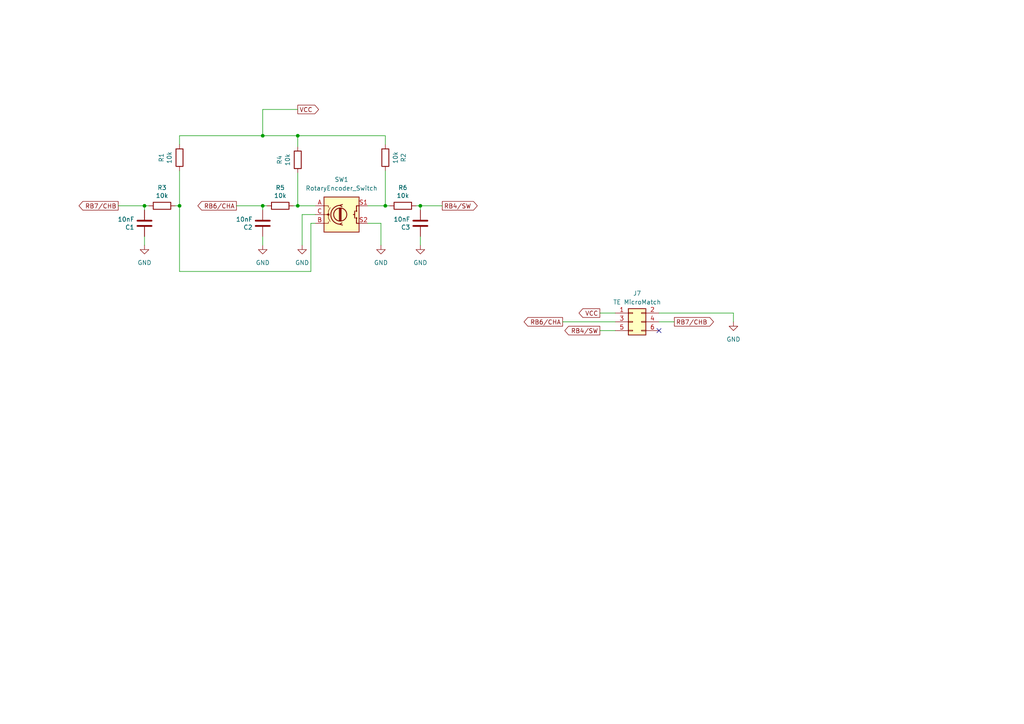
<source format=kicad_sch>
(kicad_sch (version 20230121) (generator eeschema)
  (paper "A4")
  (title_block (title "Rotary encoder for Input Sel V2b 6pin") (date "2023-03-12") (rev "V1"))
  (lib_symbols
    (symbol "Connector_Generic:Conn_02x03_Odd_Even" (pin_names (offset 1.016) hide)
      (property "Reference" "J" (at 1.27 5.08 0))
      (property "Value" "Conn_02x03_Odd_Even" (at 1.27 -5.08 0))
      (symbol "Conn_02x03_Odd_Even_1_1"
        (rectangle (start -1.27 -2.413) (end 0 -2.667) (stroke (width 0.1524)))
        (rectangle (start -1.27 0.127) (end 0 -0.127) (stroke (width 0.1524)))
        (rectangle (start -1.27 2.667) (end 0 2.413) (stroke (width 0.1524)))
        (rectangle (start -1.27 3.81) (end 3.81 -3.81) (stroke (width 0.254)) (fill (type background)))
        (rectangle (start 3.81 -2.413) (end 2.54 -2.667) (stroke (width 0.1524)))
        (rectangle (start 3.81 0.127) (end 2.54 -0.127) (stroke (width 0.1524)))
        (rectangle (start 3.81 2.667) (end 2.54 2.413) (stroke (width 0.1524)))
        (pin passive line (at -5.08 2.54 0) (length 3.81) (name "Pin_1") (number "1"))
        (pin passive line (at 7.62 2.54 180) (length 3.81) (name "Pin_2") (number "2"))
        (pin passive line (at -5.08 0 0) (length 3.81) (name "Pin_3") (number "3"))
        (pin passive line (at 7.62 0 180) (length 3.81) (name "Pin_4") (number "4"))
        (pin passive line (at -5.08 -2.54 0) (length 3.81) (name "Pin_5") (number "5"))
        (pin passive line (at 7.62 -2.54 180) (length 3.81) (name "Pin_6") (number "6"))
      )
    )
    (symbol "Device:C" (pin_numbers hide) (pin_names (offset 0.254))
      (property "Reference" "C" (at 0.635 2.54 0))
      (property "Value" "C" (at 0.635 -2.54 0))
      (symbol "C_0_1"
        (polyline (pts (xy -2.032 -0.762) (xy 2.032 -0.762)) (stroke (width 0.508)))
        (polyline (pts (xy -2.032 0.762) (xy 2.032 0.762)) (stroke (width 0.508)))
      )
      (symbol "C_1_1"
        (pin passive line (at 0 3.81 270) (length 2.794) (name "~") (number "1"))
        (pin passive line (at 0 -3.81 90) (length 2.794) (name "~") (number "2"))
      )
    )
    (symbol "Device:R" (pin_numbers hide) (pin_names (offset 0))
      (property "Reference" "R" (at 2.032 0 90))
      (property "Value" "R" (at 0 0 90))
      (symbol "R_0_1"
        (rectangle (start -1.016 -2.54) (end 1.016 2.54) (stroke (width 0.254)))
      )
      (symbol "R_1_1"
        (pin passive line (at 0 3.81 270) (length 1.27) (name "~") (number "1"))
        (pin passive line (at 0 -3.81 90) (length 1.27) (name "~") (number "2"))
      )
    )
    (symbol "Device:RotaryEncoder_Switch" (pin_names (offset 0.254) hide)
      (property "Reference" "SW" (at 0 6.604 0))
      (property "Value" "RotaryEncoder_Switch" (at 0 -6.604 0))
      (symbol "RotaryEncoder_Switch_0_1"
        (rectangle (start -5.08 5.08) (end 5.08 -5.08) (stroke (width 0.254)) (fill (type background)))
        (circle (center -3.81 0) (radius 0.254) (fill (type outline)))
        (circle (center -0.381 0) (radius 1.905) (stroke (width 0.254)))
        (arc (start -0.381 2.667) (mid -3.0988 -0.0635) (end -0.381 -2.794) (stroke (width 0.254)))
        (polyline (pts (xy -0.635 -1.778) (xy -0.635 1.778)) (stroke (width 0.254)))
        (polyline (pts (xy -0.381 -1.778) (xy -0.381 1.778)) (stroke (width 0.254)))
        (polyline (pts (xy -0.127 1.778) (xy -0.127 -1.778)) (stroke (width 0.254)))
        (polyline (pts (xy 3.81 0) (xy 3.429 0)) (stroke (width 0.254)))
        (polyline (pts (xy 3.81 1.016) (xy 3.81 -1.016)) (stroke (width 0.254)))
        (polyline (pts (xy -5.08 -2.54) (xy -3.81 -2.54) (xy -3.81 -2.032)))
        (polyline (pts (xy -5.08 2.54) (xy -3.81 2.54) (xy -3.81 2.032)))
        (polyline (pts (xy 0.254 -3.048) (xy -0.508 -2.794) (xy 0.127 -2.413)) (stroke (width 0.254)))
        (polyline (pts (xy 0.254 2.921) (xy -0.508 2.667) (xy 0.127 2.286)) (stroke (width 0.254)))
        (polyline (pts (xy 5.08 -2.54) (xy 4.318 -2.54) (xy 4.318 -1.016)) (stroke (width 0.254)))
        (polyline (pts (xy 5.08 2.54) (xy 4.318 2.54) (xy 4.318 1.016)) (stroke (width 0.254)))
        (polyline (pts (xy -5.08 0) (xy -3.81 0) (xy -3.81 -1.016) (xy -3.302 -2.032)))
        (polyline (pts (xy -4.318 0) (xy -3.81 0) (xy -3.81 1.016) (xy -3.302 2.032)))
        (circle (center 4.318 -1.016) (radius 0.127) (stroke (width 0.254)))
        (circle (center 4.318 1.016) (radius 0.127) (stroke (width 0.254)))
      )
      (symbol "RotaryEncoder_Switch_1_1"
        (pin passive line (at -7.62 2.54 0) (length 2.54) (name "A") (number "A"))
        (pin passive line (at -7.62 -2.54 0) (length 2.54) (name "B") (number "B"))
        (pin passive line (at -7.62 0 0) (length 2.54) (name "C") (number "C"))
        (pin passive line (at 7.62 2.54 180) (length 2.54) (name "S1") (number "S1"))
        (pin passive line (at 7.62 -2.54 180) (length 2.54) (name "S2") (number "S2"))
      )
    )
    (symbol "power:GND" (power) (pin_names (offset 0))
      (property "Value" "GND" (at 0 -3.81 0))
      (symbol "GND_0_1"
        (polyline (pts (xy 0 0) (xy 0 -1.27) (xy 1.27 -1.27) (xy 0 -2.54) (xy -1.27 -1.27) (xy 0 -1.27)))
      )
      (symbol "GND_1_1"
        (pin power_in line (at 0 0 270) (length 0) hide (name "GND") (number "1"))
      )
    )
  )
  (junction (at 76.2 39.37))
  (junction (at 76.2 59.69))
  (junction (at 111.76 59.69))
  (junction (at 52.07 59.69))
  (junction (at 86.36 59.69))
  (junction (at 121.92 59.69))
  (junction (at 86.36 39.37))
  (junction (at 41.91 59.69))
  (no_connect (at 191.135 95.885))
  (wire (pts (xy 68.58 59.69) (xy 76.2 59.69)))
  (wire (pts (xy 76.2 39.37) (xy 86.36 39.37)))
  (wire (pts (xy 86.36 50.165) (xy 86.36 59.69)))
  (wire (pts (xy 76.2 59.69) (xy 76.2 60.96)))
  (wire (pts (xy 91.44 62.23) (xy 87.63 62.23)))
  (wire (pts (xy 43.18 59.69) (xy 41.91 59.69)))
  (wire (pts (xy 76.2 68.58) (xy 76.2 71.12)))
  (wire (pts (xy 191.135 93.345) (xy 195.58 93.345)))
  (wire (pts (xy 163.195 93.345) (xy 178.435 93.345)))
  (wire (pts (xy 76.2 31.75) (xy 76.2 39.37)))
  (wire (pts (xy 86.36 59.69) (xy 91.44 59.69)))
  (wire (pts (xy 121.92 59.69) (xy 128.27 59.69)))
  (wire (pts (xy 173.99 90.805) (xy 178.435 90.805)))
  (wire (pts (xy 110.49 64.77) (xy 110.49 71.12)))
  (wire (pts (xy 52.07 41.91) (xy 52.07 39.37)))
  (wire (pts (xy 52.07 49.53) (xy 52.07 59.69)))
  (wire (pts (xy 86.36 39.37) (xy 111.76 39.37)))
  (wire (pts (xy 111.76 59.69) (xy 111.76 49.53)))
  (wire (pts (xy 85.09 59.69) (xy 86.36 59.69)))
  (wire (pts (xy 191.135 90.805) (xy 212.725 90.805)))
  (wire (pts (xy 50.8 59.69) (xy 52.07 59.69)))
  (wire (pts (xy 121.92 68.58) (xy 121.92 71.12)))
  (wire (pts (xy 212.725 90.805) (xy 212.725 93.345)))
  (wire (pts (xy 52.07 59.69) (xy 52.07 78.74)))
  (wire (pts (xy 90.17 64.77) (xy 91.44 64.77)))
  (wire (pts (xy 87.63 62.23) (xy 87.63 71.12)))
  (wire (pts (xy 173.99 95.885) (xy 178.435 95.885)))
  (wire (pts (xy 52.07 78.74) (xy 90.17 78.74)))
  (wire (pts (xy 41.91 68.58) (xy 41.91 71.12)))
  (wire (pts (xy 120.65 59.69) (xy 121.92 59.69)))
  (wire (pts (xy 111.76 59.69) (xy 113.03 59.69)))
  (wire (pts (xy 34.29 59.69) (xy 41.91 59.69)))
  (wire (pts (xy 106.68 59.69) (xy 111.76 59.69)))
  (wire (pts (xy 77.47 59.69) (xy 76.2 59.69)))
  (wire (pts (xy 111.76 41.91) (xy 111.76 39.37)))
  (wire (pts (xy 86.36 39.37) (xy 86.36 42.545)))
  (wire (pts (xy 86.36 31.75) (xy 76.2 31.75)))
  (wire (pts (xy 41.91 59.69) (xy 41.91 60.96)))
  (wire (pts (xy 90.17 78.74) (xy 90.17 64.77)))
  (wire (pts (xy 110.49 64.77) (xy 106.68 64.77)))
  (wire (pts (xy 121.92 59.69) (xy 121.92 60.96)))
  (wire (pts (xy 52.07 39.37) (xy 76.2 39.37)))
  (global_label "RB4{slash}SW" (shape output) (at 128.27 59.69 0) (property "Intersheetrefs" "${INTERSHEET_REFS}" (effects hide)))
  (global_label "RB7{slash}CHB" (shape output) (at 195.58 93.345 0) (property "Intersheetrefs" "${INTERSHEET_REFS}" (effects hide)))
  (global_label "RB6{slash}CHA" (shape output) (at 163.195 93.345 180) (property "Intersheetrefs" "${INTERSHEET_REFS}" (effects hide)))
  (global_label "RB7{slash}CHB" (shape output) (at 34.29 59.69 180) (property "Intersheetrefs" "${INTERSHEET_REFS}" (effects hide)))
  (global_label "RB6{slash}CHA" (shape output) (at 68.58 59.69 180) (property "Intersheetrefs" "${INTERSHEET_REFS}" (effects hide)))
  (global_label "RB4{slash}SW" (shape output) (at 173.99 95.885 180) (property "Intersheetrefs" "${INTERSHEET_REFS}" (effects hide)))
  (global_label "VCC" (shape output) (at 173.99 90.805 180) (property "Intersheetrefs" "${INTERSHEET_REFS}" (effects hide)))
  (global_label "VCC" (shape output) (at 86.36 31.75 0) (property "Intersheetrefs" "${INTERSHEET_REFS}" (effects hide)))
  (symbol (lib_id "Device:C") (at 41.91 64.77 180) (unit 1)
    (property "Reference" "C1" (at 38.989 65.9384 0) (effects (justify left)))
    (property "Value" "10nF" (at 38.989 63.627 0) (effects (justify left)))
    (property "Footprint" "Capacitor_SMD:C_0603_1608Metric_Pad1.08x0.95mm_HandSolder" (effects hide))
    (property "manf#" "CL10B103KB8NNNC" (effects hide))
  )
  (symbol (lib_id "Device:R") (at 116.84 59.69 270) (unit 1)
    (property "Reference" "R6" (at 116.84 54.4322 90))
    (property "Value" "10k" (at 116.84 56.7436 90))
    (property "Footprint" "Resistor_SMD:R_0603_1608Metric_Pad0.98x0.95mm_HandSolder" (effects hide))
    (property "manf#" "RT0603FRE074K99L" (effects hide))
  )
  (symbol (lib_id "Device:R") (at 81.28 59.69 270) (unit 1)
    (property "Reference" "R5" (at 81.28 54.4322 90))
    (property "Value" "10k" (at 81.28 56.7436 90))
    (property "Footprint" "Resistor_SMD:R_0603_1608Metric_Pad0.98x0.95mm_HandSolder" (effects hide))
    (property "manf#" "RT0603FRE074K99L" (effects hide))
  )
  (symbol (lib_id "Device:C") (at 76.2 64.77 180) (unit 1)
    (property "Reference" "C2" (at 73.279 65.9384 0) (effects (justify left)))
    (property "Value" "10nF" (at 73.279 63.627 0) (effects (justify left)))
    (property "Footprint" "Capacitor_SMD:C_0603_1608Metric_Pad1.08x0.95mm_HandSolder" (effects hide))
    (property "manf#" "CL10B103KB8NNNC" (effects hide))
  )
  (symbol (lib_id "power:GND") (at 121.92 71.12 0) (unit 1)
    (property "Reference" "#PWR0106" (effects hide))
    (property "Value" "GND" (at 121.92 76.2 0))
  )
  (symbol (lib_id "power:GND") (at 87.63 71.12 0) (unit 1)
    (property "Reference" "#PWR0104" (effects hide))
    (property "Value" "GND" (at 87.63 76.2 0))
  )
  (symbol (lib_id "Device:C") (at 121.92 64.77 180) (unit 1)
    (property "Reference" "C3" (at 118.999 65.9384 0) (effects (justify left)))
    (property "Value" "10nF" (at 118.999 63.627 0) (effects (justify left)))
    (property "Footprint" "Capacitor_SMD:C_0603_1608Metric_Pad1.08x0.95mm_HandSolder" (effects hide))
    (property "manf#" "CL10B103KB8NNNC" (effects hide))
  )
  (symbol (lib_id "Device:R") (at 86.36 46.355 0) (unit 1)
    (property "Reference" "R4" (at 81.1022 46.355 90))
    (property "Value" "10k" (at 83.4136 46.355 90))
    (property "Footprint" "Resistor_SMD:R_0603_1608Metric_Pad0.98x0.95mm_HandSolder" (effects hide))
    (property "manf#" "RT0603FRE074K99L" (effects hide))
  )
  (symbol (lib_id "Device:R") (at 46.99 59.69 270) (unit 1)
    (property "Reference" "R3" (at 46.99 54.4322 90))
    (property "Value" "10k" (at 46.99 56.7436 90))
    (property "Footprint" "Resistor_SMD:R_0603_1608Metric_Pad0.98x0.95mm_HandSolder" (effects hide))
    (property "manf#" "RT0603FRE074K99L" (effects hide))
  )
  (symbol (lib_id "Device:RotaryEncoder_Switch") (at 99.06 62.23 0) (unit 1)
    (property "Reference" "SW1" (at 99.06 52.07 0))
    (property "Value" "RotaryEncoder_Switch" (at 99.06 54.61 0))
    (property "Footprint" "Rotary_Encoder:RotaryEncoder_Alps_EC11E-Switch_Vertical_H20mm" (effects hide))
  )
  (symbol (lib_id "Connector_Generic:Conn_02x03_Odd_Even") (at 183.515 93.345 0) (unit 1)
    (property "Reference" "J7" (at 184.785 85.09 0))
    (property "Value" "TE MicroMatch" (at 184.785 87.63 0))
    (property "Footprint" "Connector_TE-Connectivity:TE_Micro-MaTch_215079-6_2x03_P1.27mm_Vertical" (effects hide))
  )
  (symbol (lib_id "power:GND") (at 110.49 71.12 0) (unit 1)
    (property "Reference" "#PWR0105" (effects hide))
    (property "Value" "GND" (at 110.49 76.2 0))
  )
  (symbol (lib_id "power:GND") (at 41.91 71.12 0) (unit 1)
    (property "Reference" "#PWR0101" (effects hide))
    (property "Value" "GND" (at 41.91 76.2 0))
  )
  (symbol (lib_id "Device:R") (at 52.07 45.72 0) (unit 1)
    (property "Reference" "R1" (at 46.8122 45.72 90))
    (property "Value" "10k" (at 49.1236 45.72 90))
    (property "Footprint" "Resistor_SMD:R_0603_1608Metric_Pad0.98x0.95mm_HandSolder" (effects hide))
    (property "manf#" "RT0603FRE074K99L" (effects hide))
  )
  (symbol (lib_id "power:GND") (at 212.725 93.345 0) (unit 1)
    (property "Reference" "#PWR01" (effects hide))
    (property "Value" "GND" (at 212.725 98.425 0))
  )
  (symbol (lib_id "Device:R") (at 111.76 45.72 180) (unit 1)
    (property "Reference" "R2" (at 117.0178 45.72 90))
    (property "Value" "10k" (at 114.7064 45.72 90))
    (property "Footprint" "Resistor_SMD:R_0603_1608Metric_Pad0.98x0.95mm_HandSolder" (effects hide))
    (property "manf#" "RT0603FRE074K99L" (effects hide))
  )
  (symbol (lib_id "power:GND") (at 76.2 71.12 0) (unit 1)
    (property "Reference" "#PWR0103" (effects hide))
    (property "Value" "GND" (at 76.2 76.2 0))
  )
)
</source>
